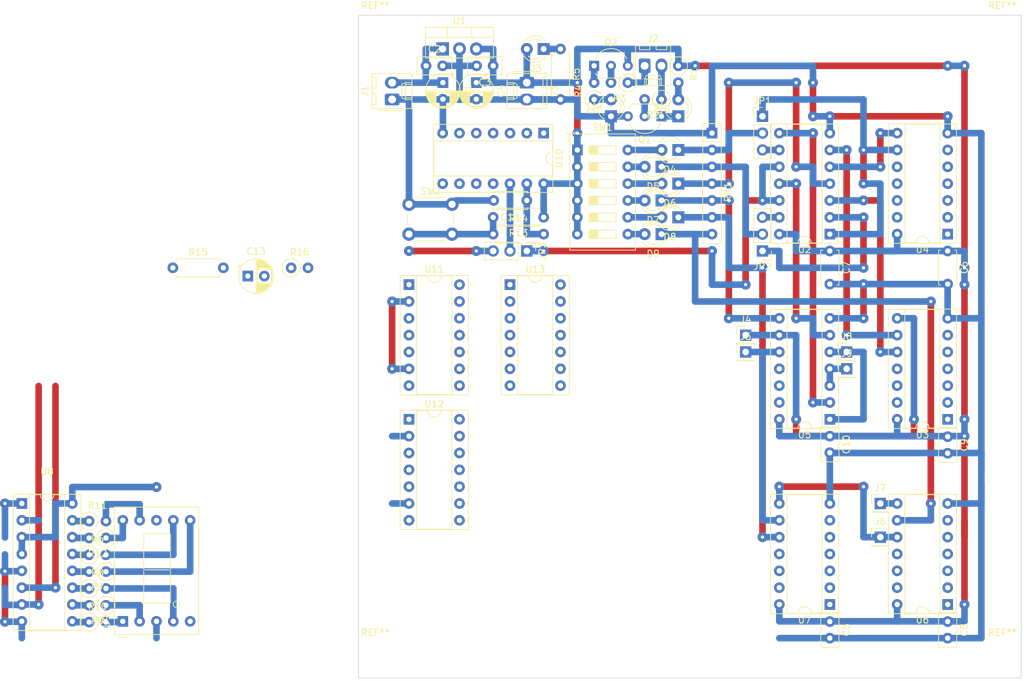
<source format=kicad_pcb>
(kicad_pcb (version 20221018) (generator pcbnew)
  (layers (0 "F.Cu" signal) (31 "B.Cu" signal) (34 "B.Paste" user) (35 "F.Paste" user) (36 "B.SilkS" user "B.Silkscreen") (37 "F.SilkS" user "F.Silkscreen") (38 "B.Mask" user) (39 "F.Mask" user) (44 "Edge.Cuts" user))
  (net 0 "")
  (net 1 "GND")
  (net 2 "+5V")
  (net 3 "/PSU 5V 1A/VIN")
  (net 4 "Net-(D1-K)")
  (net 5 "Net-(D4-A)")
  (net 6 "Net-(D5-A)")
  (net 7 "/Punta Logica/LOW_LVL")
  (net 8 "/Punta Logica/HIGH_LVL")
  (net 9 "Net-(D1-A)")
  (net 10 "Net-(D2-A)")
  (net 11 "Net-(D7-A)")
  (net 12 "Net-(D8-A)")
  (net 13 "Net-(D9-A)")
  (net 14 "Net-(D3-K)")
  (net 15 "Net-(D6-A)")
  (net 16 "Net-(J4-Pin_1)")
  (net 17 "Net-(J6-Pin_1)")
  (net 18 "Net-(J7-Pin_1)")
  (net 19 "Net-(J8-Pin_1)")
  (net 20 "Net-(C11-Pad1)")
  (net 21 "Net-(R13-Pad2)")
  (net 22 "Net-(J9-Pin_1)")
  (net 23 "Net-(Q1-B)")
  (net 24 "Net-(Q2-C)")
  (net 25 "Net-(Q2-B)")
  (net 26 "Net-(U2-Pad3)")
  (net 27 "Net-(U2-Pad6)")
  (net 28 "Net-(U2-Pad8)")
  (net 29 "Net-(U2-Pad11)")
  (net 30 "Net-(J5-Pin_1)")
  (net 31 "Net-(U2-Pad5)")
  (net 32 "Net-(JP1-A)")
  (net 33 "Net-(JP2-A)")
  (net 34 "/Logica/A")
  (net 35 "/Logica/B")
  (net 36 "/Logica/C")
  (net 37 "/Logica/D")
  (net 38 "/Logica/E")
  (net 39 "/Logica/F")
  (net 40 "/Logica/LATCH_R")
  (net 41 "/Logica/LATCH_S")
  (net 42 "/Logica/RS_CLK")
  (net 43 "/Pulsador Schmitt/BTN_ST")
  (net 44 "Net-(U8-Qa)")
  (net 45 "Net-(U9-A)")
  (net 46 "Net-(U8-Qb)")
  (net 47 "Net-(U9-B)")
  (net 48 "Net-(U8-Qc)")
  (net 49 "Net-(U9-C)")
  (net 50 "Net-(U8-Qd)")
  (net 51 "Net-(U9-D)")
  (net 52 "Net-(U8-Qe)")
  (net 53 "Net-(U9-E)")
  (net 54 "Net-(U8-Qf)")
  (net 55 "Net-(U9-F)")
  (net 56 "Net-(U8-Qg)")
  (net 57 "Net-(U9-G)")
  (net 60 "/Contador BCD UP/Q_{1}")
  (net 63 "/Contador BCD UP/Q_{2}")
  (net 65 "/Contador BCD UP/Q_{3}")
  (net 66 "/Contador BCD UP/CLK")
  (net 67 "/Contador BCD UP/Q_{0}")
  (net 68 "/Contador BCD UP/J_{1}")
  (net 69 "/Contador BCD UP/J_{2}")
  (net 70 "/Contador BCD UP/~{Q_{3}}")
  (net 71 "/Contador BCD UP/POR")
  (net 72 "/Contador BCD UP/J_{3}")
  (footprint "Capacitor_THT:C_Disc_D5.0mm_W2.5mm_P2.50mm" (layer "F.Cu") (at 187.96 137.2 -90)
    (fp_text reference "C8")
    (fp_text value "C")
  )
  (footprint "Capacitor_THT:C_Disc_D5.0mm_W2.5mm_P5.00mm" (layer "F.Cu") (at 170.18 81.28 -90)
    (fp_text reference "C7")
    (fp_text value "C")
  )
  (footprint "Package_DIP:DIP-14_W7.62mm_Socket" (layer "F.Cu") (at 170.18 134.62 180)
    (fp_text reference "U7")
    (fp_text value "74LS86")
  )
  (footprint "Capacitor_THT:C_Disc_D5.0mm_W2.5mm_P2.50mm" (layer "F.Cu") (at 170.18 137.2 -90)
    (fp_text reference "C5")
    (fp_text value "C")
  )
  (footprint "Connector_PinHeader_2.54mm:PinHeader_1x01_P2.54mm_Vertical" (layer "F.Cu") (at 172.72 99.06)
    (fp_text reference "J9")
    (fp_text value "Conn_01x01_Pin")
  )
  (footprint "Connector_PinHeader_2.54mm:PinHeader_1x01_P2.54mm_Vertical" (layer "F.Cu") (at 157.48 96.52)
    (fp_text reference "J5")
    (fp_text value "Conn_01x01_Pin")
  )
  (footprint "Resistor_THT:R_Axial_DIN0207_L6.3mm_D2.5mm_P7.62mm_Horizontal" (layer "F.Cu") (at 129.54 50.8 -90)
    (fp_text reference "R5")
    (fp_text value "R_US")
  )
  (footprint "Display_7Segment:D1X8K" (layer "F.Cu") (at 63.5 137.16 90)
    (fp_text reference "U9")
    (fp_text value "D168K")
  )
  (footprint "Connector_PinHeader_2.54mm:PinHeader_1x01_P2.54mm_Vertical" (layer "F.Cu") (at 177.8 119.38)
    (fp_text reference "J7")
    (fp_text value "Conn_01x01_Pin")
  )
  (footprint "Resistor_THT:R_Axial_DIN0207_L6.3mm_D2.5mm_P2.54mm_Vertical" (layer "F.Cu") (at 147.32 53.34 -90)
    (fp_text reference "R1")
    (fp_text value "R_US")
  )
  (footprint "Resistor_THT:R_Axial_DIN0207_L6.3mm_D2.5mm_P2.54mm_Vertical" (layer "F.Cu") (at 58.42 127.1225)
    (fp_text reference "R6")
    (fp_text value "R_US")
  )
  (footprint "Resistor_THT:R_Axial_DIN0207_L6.3mm_D2.5mm_P7.62mm_Horizontal" (layer "F.Cu") (at 71.05 83.82)
    (fp_text reference "R15")
    (fp_text value "R_US")
  )
  (footprint "Package_DIP:DIP-14_W7.62mm_Socket" (layer "F.Cu") (at 170.18 106.68 180)
    (fp_text reference "U5")
    (fp_text value "74LS02")
  )
  (footprint "Resistor_THT:R_Axial_DIN0207_L6.3mm_D2.5mm_P2.54mm_Vertical" (layer "F.Cu") (at 139.7 55.88 180)
    (fp_text reference "R3")
    (fp_text value "R_US")
  )
  (footprint "Capacitor_THT:C_Disc_D5.0mm_W2.5mm_P2.50mm" (layer "F.Cu") (at 187.96 109.3 -90)
    (fp_text reference "C9")
    (fp_text value "C")
  )
  (footprint "Resistor_THT:R_Axial_DIN0207_L6.3mm_D2.5mm_P7.62mm_Horizontal" (layer "F.Cu") (at 127 76.2 180)
    (fp_text reference "R13")
    (fp_text value "10k")
  )
  (footprint "Resistor_THT:R_Axial_DIN0207_L6.3mm_D2.5mm_P2.54mm_Vertical" (layer "F.Cu") (at 58.42 122.0425)
    (fp_text reference "R11")
    (fp_text value "R_US")
  )
  (footprint "Resistor_THT:R_Axial_DIN0207_L6.3mm_D2.5mm_P7.62mm_Horizontal" (layer "F.Cu") (at 119.38 78.74)
    (fp_text reference "R14")
    (fp_text value "3k3")
  )
  (footprint "Resistor_THT:R_Axial_DIN0207_L6.3mm_D2.5mm_P2.54mm_Vertical" (layer "F.Cu") (at 144.78 58.42 180)
    (fp_text reference "R2")
    (fp_text value "R_US")
  )
  (footprint "LED_THT:LED_D3.0mm" (layer "F.Cu") (at 147.32 66.04 180)
    (fp_text reference "D4")
    (fp_text value "LED" hide)
  )
  (footprint "Connector_PinHeader_2.54mm:PinHeader_1x01_P2.54mm_Vertical" (layer "F.Cu") (at 177.8 124.46)
    (fp_text reference "J6")
    (fp_text value "Conn_01x01_Pin")
  )
  (footprint "LED_THT:LED_D3.0mm" (layer "F.Cu") (at 144.78 78.74 180)
    (fp_text reference "D9")
    (fp_text value "LED")
  )
  (footprint "LED_THT:LED_D3.0mm" (layer "F.Cu") (at 147.32 76.2 180)
    (fp_text reference "D8")
    (fp_text value "LED")
  )
  (footprint "Package_DIP:DIP-14_W7.62mm_Socket" (layer "F.Cu") (at 170.18 78.74 180)
    (fp_text reference "U2")
    (fp_text value "74LS08")
  )
  (footprint "LED_THT:LED_D3.0mm" (layer "F.Cu") (at 147.32 60.96 90)
    (fp_text reference "D1")
    (fp_text value "LED")
  )
  (footprint "Connector_PinHeader_2.54mm:PinHeader_1x03_P2.54mm_Vertical" (layer "F.Cu") (at 160.02 60.96)
    (fp_text reference "JP1")
    (fp_text value "Jumper_3_Bridged12")
  )
  (footprint "Package_TO_SOT_THT:TO-220-3_Vertical" (layer "F.Cu") (at 111.76 50.8)
    (fp_text reference "U1")
    (fp_text value "LM7805_TO220")
  )
  (footprint "Resistor_THT:R_Axial_DIN0207_L6.3mm_D2.5mm_P2.54mm_Vertical" (layer "F.Cu") (at 60.96 134.7425 180)
    (fp_text reference "R9")
    (fp_text value "R_US")
  )
  (footprint "Resistor_THT:R_Axial_DIN0207_L6.3mm_D2.5mm_P2.54mm_Vertical" (layer "F.Cu") (at 58.42 132.2025)
    (fp_text reference "R8")
    (fp_text value "R_US")
  )
  (footprint "Capacitor_THT:C_Disc_D5.0mm_W2.5mm_P5.00mm" (layer "F.Cu") (at 124.46 73.66 180)
    (fp_text reference "C11")
    (fp_text value "10u")
  )
  (footprint "Package_DIP:DIP-14_W7.62mm_Socket" (layer "F.Cu") (at 106.68 86.36)
    (fp_text reference "U11")
    (fp_text value "74LS73")
  )
  (footprint "MountingHole:MountingHole_3mm" (layer "F.Cu") (at 101.6 142.875)
    (fp_text reference "REF**")
    (fp_text value "MountingHole_3mm" hide)
  )
  (footprint "Capacitor_THT:CP_Radial_D5.0mm_P2.50mm" (layer "F.Cu") (at 116.84 55.88 -90)
    (fp_text reference "C4")
    (fp_text value "C_Polarized_US")
  )
  (footprint "Connector_PinHeader_2.54mm:PinHeader_1x01_P2.54mm_Vertical" (layer "F.Cu") (at 172.72 96.52)
    (fp_text reference "J8")
    (fp_text value "Conn_01x01_Pin")
  )
  (footprint "Connector_PinHeader_2.54mm:PinHeader_1x01_P2.54mm_Vertical" (layer "F.Cu") (at 157.48 93.98)
    (fp_text reference "J4")
    (fp_text value "Conn_01x01_Pin")
  )
  (footprint "LED_THT:LED_D3.0mm" (layer "F.Cu") (at 137.16 60.96 90)
    (fp_text reference "D2")
    (fp_text value "LED")
  )
  (footprint "Resistor_THT:R_Axial_DIN0207_L6.3mm_D2.5mm_P2.54mm_Vertical" (layer "F.Cu") (at 60.96 124.5825 180)
    (fp_text reference "R12")
    (fp_text value "R_US")
  )
  (footprint "Package_DIP:DIP-14_W7.62mm_Socket" (layer "F.Cu") (at 187.96 106.68 180)
    (fp_text reference "U3")
    (fp_text value "74LS32")
  )
  (footprint "Package_DIP:DIP-16_W7.62mm_Socket" (layer "F.Cu") (at 48.26 119.38)
    (fp_text reference "U8")
    (fp_text value "4511")
  )
  (footprint "MountingHole:MountingHole_3mm" (layer "F.Cu") (at 196.215 48.26)
    (fp_text reference "REF**")
    (fp_text value "MountingHole_3mm" hide)
  )
  (footprint "LED_THT:LED_D3.0mm" (layer "F.Cu") (at 127 50.8 180)
    (fp_text reference "D3")
    (fp_text value "LED")
  )
  (footprint "Package_TO_SOT_THT:TO-92_Inline_Wide" (layer "F.Cu") (at 144.78 60.96 180)
    (fp_text reference "Q1")
    (fp_text value "BC548")
  )
  (footprint "Connector_PinHeader_2.54mm:PinHeader_1x03_P2.54mm_Vertical" (layer "F.Cu") (at 160.02 81.28 180)
    (fp_text reference "JP2")
    (fp_text value "Jumper_3_Bridged12" hide)
  )
  (footprint "Package_DIP:DIP-14_W7.62mm_Socket" (layer "F.Cu") (at 187.96 134.62 180)
    (fp_text reference "U6")
    (fp_text value "7400")
  )
  (footprint "Package_DIP:DIP-14_W7.62mm_Socket" (layer "F.Cu") (at 121.92 86.355)
    (fp_text reference "U13")
    (fp_text value "74LS08")
  )
  (footprint "LED_THT:LED_D3.0mm" (layer "F.Cu") (at 147.32 71.12 180)
    (fp_text reference "D6")
    (fp_text value "LED")
  )
  (footprint "Button_Switch_THT:SW_DIP_SPSTx06_Slide_9.78x17.42mm_W7.62mm_P2.54mm" (layer "F.Cu") (at 132.08 66.04)
    (fp_text reference "SW1")
    (fp_text value "SW_DIP_x06")
  )
  (footprint "Resistor_THT:R_Axial_DIN0207_L6.3mm_D2.5mm_P2.54mm_Vertical" (layer "F.Cu") (at 58.42 137.2825)
    (fp_text reference "R10")
    (fp_text value "R_US")
  )
  (footprint "Resistor_THT:R_Array_SIP7" (layer "F.Cu") (at 152.4 63.5 -90)
    (fp_text reference "RN1")
    (fp_text value "R_Network06_US")
  )
  (footprint "Package_DIP:DIP-14_W7.62mm_Socket" (layer "F.Cu") (at 127 63.5 -90)
    (fp_text reference "U10")
    (fp_text value "74LS14")
  )
  (footprint "Capacitor_THT:C_Disc_D5.0mm_W2.5mm_P2.50mm" (layer "F.Cu") (at 170.18 109.22 -90)
    (fp_text reference "C10")
    (fp_text value "C")
  )
  (footprint "Resistor_THT:R_Axial_DIN0207_L6.3mm_D2.5mm_P2.54mm_Vertical" (layer "F.Cu") (at 60.96 129.6625 180)
    (fp_text reference "R7")
    (fp_text value "R_US")
  )
  (footprint "Connector_Molex:Molex_KK-254_AE-6410-02A_1x02_P2.54mm_Vertical" (layer "F.Cu") (at 104.14 58.42 90)
    (fp_text reference "J1")
    (fp_text value "Conn_01x02_Pin")
  )
  (footprint "Capacitor_THT:C_Disc_D5.0mm_W2.5mm_P2.50mm" (layer "F.Cu") (at 119.38 53.34 180)
    (fp_text reference "C3")
    (fp_text value "C")
  )
  (footprint "Resistor_THT:R_Axial_DIN0207_L6.3mm_D2.5mm_P2.54mm_Vertical" (layer "F.Cu") (at 88.9 83.82)
    (fp_text reference "R16")
    (fp_text value "R_US")
  )
  (footprint "LED_THT:LED_D3.0mm" (layer "F.Cu") (at 144.78 73.66 180)
    (fp_text reference "D7")
    (fp_text value "LED")
  )
  (footprint "Capacitor_THT:C_Disc_D5.0mm_W2.5mm_P2.50mm" (layer "F.Cu") (at 109.26 53.34)
    (fp_text reference "C2")
    (fp_text value "C")
  )
  (footprint "Connector_Molex:Molex_KK-254_AE-6410-02A_1x02_P2.54mm_Vertical" (layer "F.Cu") (at 124.46 55.88 -90)
    (fp_text reference "J3")
    (fp_text value "Conn_01x02_Pin")
  )
  (footprint "MountingHole:MountingHole_3mm" (layer "F.Cu") (at 196.215 142.875)
    (fp_text reference "REF**")
    (fp_text value "MountingHole_3mm" hide)
  )
  (footprint "Connector_Molex:Molex_KK-254_AE-6410-02A_1x02_P2.54mm_Vertical" (layer "F.Cu") (at 142.24 53.34)
    (fp_text reference "J2")
    (fp_text value "Conn_01x02_Pin")
  )
  (footprint "Capacitor_THT:CP_Radial_D5.0mm_P2.50mm" (layer "F.Cu") (at 82.359775 85.07)
    (fp_text reference "C13")
    (fp_text value "C_Small")
  )
  (footprint "MountingHole:MountingHole_3mm" (layer "F.Cu") (at 101.6 48.26)
    (fp_text reference "REF**")
    (fp_text value "MountingHole_3mm" hide)
  )
  (footprint "Package_DIP:DIP-14_W7.62mm_Socket" (layer "F.Cu") (at 106.68 106.68)
    (fp_text reference "U12")
    (fp_text value "74LS73")
  )
  (footprint "Package_TO_SOT_THT:TO-92_Inline_Wide" (layer "F.Cu") (at 134.62 53.34)
    (fp_text reference "Q2")
    (fp_text value "BC558")
  )
  (footprint "Connector_PinHeader_2.54mm:PinHeader_1x03_P2.54mm_Vertical" (layer "F.Cu") (at 124.46 81.28 -90)
    (fp_text reference "JP3")
    (fp_text value "Jumper_3_Bridged12")
  )
  (footprint "Package_DIP:DIP-14_W7.62mm_Socket" (layer "F.Cu") (at 187.96 78.74 180)
    (fp_text reference "U4")
    (fp_text value "74LS04")
  )
  (footprint "Capacitor_THT:C_Disc_D5.0mm_W2.5mm_P5.00mm" (layer "F.Cu") (at 187.96 81.28 -90)
    (fp_text reference "C6")
    (fp_text value "C")
  )
  (footprint "Resistor_THT:R_Axial_DIN0207_L6.3mm_D2.5mm_P2.54mm_Vertical" (layer "F.Cu") (at 134.62 58.42 90)
    (fp_text reference "R4")
    (fp_text value "R_US")
  )
  (footprint "Capacitor_THT:CP_Radial_D5.0mm_P2.50mm" (layer "F.Cu") (at 111.8 55.88 -90)
    (fp_text reference "C1")
    (fp_text value "C_Polarized_US")
  )
  (footprint "Button_Switch_THT:SW_PUSH_6mm_H7.3mm" (layer "F.Cu") (at 106.68 74.24)
    (fp_text reference "SW2")
    (fp_text value "SW_Push")
  )
  (footprint "LED_THT:LED_D3.0mm" (layer "F.Cu") (at 144.78 68.58 180)
    (fp_text reference "D5")
    (fp_text value "LED")
  )
  (gr_rect locked (start 99.06 45.72) (end 199.06 145.72) (stroke (width 0.1)) (fill none) (layer "Edge.Cuts"))
  (segment (start 170.18 60.96) (end 187.96 60.96) (width 1) (layer "F.Cu") (net 1))
  (segment (start 45.72 129.60125) (end 45.72 137.22125) (width 1) (layer "F.Cu") (net 1))
  (segment (start 167.64 55.88) (end 167.64 60.96) (width 1) (layer "F.Cu") (net 1))
  (segment (start 175.26 86.28) (end 175.26 91.44) (width 1) (layer "F.Cu") (net 1))
  (via (at 175.26 91.44) (size 1.5) (drill 0.5) (layers "F.Cu" "B.Cu") (net 1))
  (via (at 187.96 60.96) (size 1.5) (drill 0.5) (layers "F.Cu" "B.Cu") (net 1))
  (via (at 167.64 60.96) (size 1.5) (drill 0.5) (layers "F.Cu" "B.Cu") (net 1))
  (via (at 45.72 137.22125) (size 1.5) (drill 0.5) (layers "F.Cu" "B.Cu") (net 1))
  (via (at 170.18 60.96) (size 1.5) (drill 0.5) (layers "F.Cu" "B.Cu") (net 1))
  (via (at 45.72 129.60125) (size 1.5) (drill 0.5) (layers "F.Cu" "B.Cu") (net 1))
  (via (at 167.64 55.88) (size 1.5) (drill 0.5) (layers "F.Cu" "B.Cu") (net 1))
  (via (at 175.26 86.28) (size 1.5) (drill 0.5) (layers "F.Cu" "B.Cu") (net 1))
  (segment (start 170.18 91.44) (end 175.26 91.44) (width 1) (layer "B.Cu") (net 1))
  (segment (start 48.19875 137.22125) (end 48.26 137.16) (width 1) (layer "B.Cu") (net 1))
  (segment (start 175.26 86.28) (end 170.18 86.28) (width 1) (layer "B.Cu") (net 1))
  (segment (start 193.04 139.7) (end 162.56 139.7) (width 1) (layer "B.Cu") (net 1))
  (segment (start 132.08 60.96) (end 137.16 60.96) (width 1) (layer "B.Cu") (net 1))
  (segment (start 193.04 88.9) (end 193.04 111.76) (width 1) (layer "B.Cu") (net 1))
  (segment (start 193.04 88.9) (end 193.04 86.36) (width 1) (layer "B.Cu") (net 1))
  (segment (start 187.96 86.28) (end 187.96 91.44) (width 1) (layer "B.Cu") (net 1))
  (segment (start 152.4 53.34) (end 152.4 63.5) (width 1) (layer "B.Cu") (net 1))
  (segment (start 119.46 73.66) (end 113.76 73.66) (width 1) (layer "B.Cu") (net 1))
  (segment (start 167.64 53.34) (end 167.64 55.88) (width 1) (layer "B.Cu") (net 1))
  (segment (start 48.26 137.2825) (end 48.26 139.7) (width 1) (layer "B.Cu") (net 1))
  (segment (start 170.18 63.5) (end 170.18 60.96) (width 1) (layer "B.Cu") (net 1))
  (segment (start 187.96 119.38) (end 193.04 119.38) (width 1) (layer "B.Cu") (net 1))
  (segment (start 113.76 73.66) (end 113.18 74.24) (width 1) (layer "B.Cu") (net 1))
  (segment (start 114.32 58.42) (end 114.3 58.4) (width 1) (layer "B.Cu") (net 1))
  (segment (start 193.04 111.76) (end 170.18 111.76) (width 1) (layer "B.Cu") (net 1))
  (segment (start 48.26 129.6625) (end 48.1375 129.54) (width 1) (layer "B.Cu") (net 1))
  (segment (start 193.04 116.84) (end 193.04 139.7) (width 1) (layer "B.Cu") (net 1))
  (segment (start 106.68 74.24) (end 106.68 58.42) (width 1) (layer "B.Cu") (net 1))
  (segment (start 152.4 53.34) (end 167.64 53.34) (width 1) (layer "B.Cu") (net 1))
  (segment (start 111.8 63.46) (end 111.76 63.5) (width 1) (layer "B.Cu") (net 1))
  (segment (start 45.72 127.06125) (end 45.72 129.60125) (width 1) (layer "B.Cu") (net 1))
  (segment (start 187.96 91.44) (end 193.04 91.44) (width 1) (layer "B.Cu") (net 1))
  (segment (start 68.58 139.7) (end 68.58 137.16) (width 1) (layer "B.Cu") (net 1))
  (segment (start 45.72 129.60125) (end 48.19875 129.60125) (width 1) (layer "B.Cu") (net 1))
  (segment (start 193.04 119.38) (end 193.04 116.84) (width 1) (layer "B.Cu") (net 1))
  (segment (start 139.7 60.96) (end 137.16 60.96) (width 1) (layer "B.Cu") (net 1))
  (segment (start 124.46 58.42) (end 132.08 58.42) (width 1) (layer "B.Cu") (net 1))
  (segment (start 45.72 137.22125) (end 48.19875 137.22125) (width 1) (layer "B.Cu") (net 1))
  (segment (start 132.08 58.42) (end 132.08 60.96) (width 1) (layer "B.Cu") (net 1))
  (segment (start 170.18 111.76) (end 170.18 119.38) (width 1) (layer "B.Cu") (net 1))
  (segment (start 114.3 58.4) (end 114.3 50.8) (width 1) (layer "B.Cu") (net 1))
  (segment (start 109.22 58.42) (end 106.68 58.42) (width 1) (layer "B.Cu") (net 1))
  (segment (start 111.8 58.38) (end 111.8 63.46) (width 1) (layer "B.Cu") (net 1))
  (segment (start 137.16 60.96) (end 137.16 63.5) (width 1) (layer "B.Cu") (net 1))
  (segment (start 187.96 63.5) (end 187.96 60.96) (width 1) (layer "B.Cu") (net 1))
  (segment (start 193.04 111.76) (end 193.04 114.3) (width 1) (layer "B.Cu") (net 1))
  (segment (start 48.19875 129.60125) (end 48.26 129.54) (width 1) (layer "B.Cu") (net 1))
  (segment (start 193.04 111.76) (end 193.04 116.84) (width 1) (layer "B.Cu") (net 1))
  (segment (start 137.16 63.5) (end 152.4 63.5) (width 1) (layer "B.Cu") (net 1))
  (segment (start 129.54 58.42) (end 109.22 58.42) (width 1) (layer "B.Cu") (net 1))
  (segment (start 111.72 53.34) (end 116.88 53.34) (width 1) (layer "B.Cu") (net 1))
  (segment (start 106.68 74.24) (end 113.18 74.24) (width 1) (layer "B.Cu") (net 1))
  (segment (start 193.04 86.36) (end 193.04 63.5) (width 1) (layer "B.Cu") (net 1))
  (segment (start 114.3 58.44) (end 114.32 58.42) (width 1) (layer "B.Cu") (net 1))
  (segment (start 187.96 63.5) (end 193.04 63.5) (width 1) (layer "B.Cu") (net 1))
  (segment (start 167.64 60.96) (end 170.18 60.96) (width 1) (layer "B.Cu") (net 1))
  (segment (start 106.68 58.42) (end 104.14 58.42) (width 1) (layer "B.Cu") (net 1))
  (segment (start 187.96 86.28) (end 175.26 86.28) (width 1) (layer "B.Cu") (net 1))
  (segment (start 114.32 58.42) (end 114.347777 58.392223) (width 1) (layer "B.Cu") (net 1))
  (segment (start 132.08 55.88) (end 132.08 63.5) (width 1) (layer "F.Cu") (net 2))
  (segment (start 190.5 86.36) (end 190.5 106.68) (width 1) (layer "F.Cu") (net 2))
  (segment (start 190.5 53.34) (end 190.5 83.82) (width 1) (layer "F.Cu") (net 2))
  (segment (start 149.86 53.34) (end 187.96 53.34) (width 1) (layer "F.Cu") (net 2))
  (segment (start 190.5 109.22) (end 190.5 124.46) (width 1) (layer "F.Cu") (net 2))
  (segment (start 190.5 121.92) (end 190.5 134.62) (width 1) (layer "F.Cu") (net 2))
  (via (at 132.08 63.5) (size 1.5) (drill 0.5) (layers "F.Cu" "B.Cu") (net 2))
  (via (at 190.5 134.62) (size 1.5) (drill 0.5) (layers "F.Cu" "B.Cu") (net 2))
  (via (at 187.96 53.34) (size 1.5) (drill 0.5) (layers "F.Cu" "B.Cu") (net 2))
  (via (at 149.86 53.34) (size 1.5) (drill 0.5) (layers "F.Cu" "B.Cu") (net 2))
  (via (at 68.58 116.90125) (size 1.5) (drill 0.5) (layers "F.Cu" "B.Cu") (net 2))
  (via (at 190.5 109.22) (size 1.5) (drill 0.5) (layers "F.Cu" "B.Cu") (net 2))
  (via (at 190.5 53.34) (size 1.5) (drill 0.5) (layers "F.Cu" "B.Cu") (net 2))
  (via (at 190.5 106.68) (size 1.5) (drill 0.5) (layers "F.Cu" "B.Cu") (net 2))
  (via (at 132.08 55.88) (size 1.5) (drill 0.5) (layers "F.Cu" "B.Cu") (net 2))
  (via (at 190.5 83.82) (size 1.5) (drill 0.5) (layers "F.Cu" "B.Cu") (net 2))
  (via (at 190.5 86.36) (size 1.5) (drill 0.5) (layers "F.Cu" "B.Cu") (net 2))
  (via (at 190.5 53.34) (size 1.5) (drill 0.5) (layers "F.Cu" "B.Cu") (net 2))
  (segment (start 116.84 55.892223) (end 124.447777 55.892223) (width 1) (layer "B.Cu") (net 2))
  (segment (start 53.34 124.46) (end 53.34 119.38) (width 1) (layer "B.Cu") (net 2))
  (segment (start 127 76.2) (end 127 71.12) (width 1) (layer "B.Cu") (net 2))
  (segment (start 132.08 68.58) (end 132.08 63.5) (width 1) (layer "B.Cu") (net 2))
  (segment (start 55.88 116.90125) (end 55.88 119.38) (width 1) (layer "B.Cu") (net 2))
  (segment (start 180.34 109.22) (end 162.56 109.22) (width 1) (layer "B.Cu") (net 2))
  (segment (start 147.32 53.34) (end 147.32 50.8) (width 1) (layer "B.Cu") (net 2))
  (segment (start 132.08 50.8) (end 147.32 50.8) (width 1) (layer "B.Cu") (net 2))
  (segment (start 68.58 116.90125) (end 55.88 116.90125) (width 1) (layer "B.Cu") (net 2))
  (segment (start 187.96 81.28) (end 190.5 81.28) (width 1) (layer "B.Cu") (net 2))
  (segment (start 48.26 127.06125) (end 48.26 127) (width 1) (layer "B.Cu") (net 2))
  (segment (start 177.8 81.28) (end 165.1 81.28) (width 1) (layer "B.Cu") (net 2))
  (segment (start 53.34 119.38) (end 55.88 119.38) (width 1) (layer "B.Cu") (net 2))
  (segment (start 48.26 124.46) (end 53.34 124.46) (width 1) (layer "B.Cu") (net 2))
  (segment (start 190.5 81.28) (end 190.5 83.82) (width 1) (layer "B.Cu") (net 2))
  (segment (start 180.34 78.74) (end 180.34 81.28) (width 1) (layer "B.Cu") (net 2))
  (segment (start 190.5 83.82) (end 190.5 86.36) (width 1) (layer "B.Cu") (net 2))
  (segment (start 180.34 134.62) (end 180.34 137.16) (width 1) (layer "B.Cu") (net 2))
  (segment (start 117.082527 55.892223) (end 119.38 55.892223) (width 1) (layer "B.Cu") (net 2))
  (segment (start 165.1 78.74) (end 165.1 81.28) (width 1) (layer "B.Cu") (net 2))
  (segment (start 162.56 109.22) (end 162.56 106.68) (width 1) (layer "B.Cu") (net 2))
  (segment (start 116.84 50.8) (end 119.38 50.8) (width 1) (layer "B.Cu") (net 2))
  (segment (start 124.447777 55.892223) (end 124.46 55.88) (width 1) (layer "B.Cu") (net 2))
  (segment (start 190.5 134.62) (end 190.5 137.16) (width 1) (layer "B.Cu") (net 2))
  (segment (start 187.96 53.34) (end 190.5 53.34) (width 1) (layer "B.Cu") (net 2))
  (segment (start 132.08 55.88) (end 132.08 50.8) (width 1) (layer "B.Cu") (net 2))
  (segment (start 190.5 137.16) (end 180.34 137.16) (width 1) (layer "B.Cu") (net 2))
  (segment (start 124.46 55.88) (end 132.08 55.88) (width 1) (layer "B.Cu") (net 2))
  (segment (start 139.7 53.34) (end 139.7 50.8) (width 1) (layer "B.Cu") (net 2))
  (segment (start 124.46 50.8) (end 124.46 55.88) (width 1) (layer "B.Cu") (net 2))
  (segment (start 119.38 53.34) (end 119.38 55.892223) (width 1) (layer "B.Cu") (net 2))
  (segment (start 180.34 109.22) (end 190.5 109.22) (width 1) (layer "B.Cu") (net 2))
  (segment (start 180.34 106.68) (end 180.34 109.22) (width 1) (layer "B.Cu") (net 2))
  (segment (start 119.38 50.8) (end 119.38 53.34) (width 1) (layer "B.Cu") (net 2))
  (segment (start 190.5 109.22) (end 190.5 106.68) (width 1) (layer "B.Cu") (net 2))
  (segment (start 180.34 137.16) (end 162.56 137.16) (width 1) (layer "B.Cu") (net 2))
  (segment (start 127 71.12) (end 132.08 71.12) (width 1) (layer "B.Cu") (net 2))
  (segment (start 48.26 124.5825) (end 48.26 127.1225) (width 1) (layer "B.Cu") (net 2))
  (segment (start 132.08 78.74) (end 132.08 66.04) (width 1) (layer "B.Cu") (net 2))
  (segment (start 162.56 134.62) (end 162.56 137.16) (width 1) (layer "B.Cu") (net 2))
  (segment (start 147.32 53.34) (end 149.86 53.34) (width 1) (layer "B.Cu") (net 2))
  (segment (start 177.8 81.28) (end 180.34 81.28) (width 1) (layer "B.Cu") (net 2))
  (segment (start 177.8 81.28) (end 187.96 81.28) (width 1) (layer "B.Cu") (net 2))
  (segment (start 162.56 78.74) (end 165.1 78.74) (width 1) (layer "B.Cu") (net 2))
  (segment (start 124.42 55.92) (end 124.46 55.88) (width 1) (layer "B.Cu") (net 2))
  (segment (start 111.78 55.84) (end 111.74 55.88) (width 1) (layer "B.Cu") (net 3))
  (segment (start 111.74 55.88) (end 109.22 55.88) (width 1) (layer "B.Cu") (net 3))
  (segment (start 104.14 55.88) (end 109.22 55.88) (width 1) (layer "B.Cu") (net 3))
  (segment (start 109.22 50.8) (end 111.76 50.8) (width 1) (layer "B.Cu") (net 3))
  (segment (start 109.22 53.34) (end 109.22 50.8) (width 1) (layer "B.Cu") (net 3))
  (segment (start 109.22 55.88) (end 109.22 53.34) (width 1) (layer "B.Cu") (net 3))
  (segment (start 144.78 60.96) (end 147.32 60.96) (width 1) (layer "B.Cu") (net 4))
  (segment (start 144.78 66.04) (end 139.7 66.04) (width 1) (layer "B.Cu") (net 5))
  (segment (start 139.7 68.58) (end 142.24 68.58) (width 1) (layer "B.Cu") (net 6))
  (segment (start 139.7 55.88) (end 142.24 55.88) (width 1) (layer "B.Cu") (net 7))
  (segment (start 142.24 55.88) (end 142.24 53.34) (width 1) (layer "B.Cu") (net 7))
  (segment (start 144.78 58.42) (end 144.78 53.34) (width 1) (layer "B.Cu") (net 8))
  (segment (start 147.32 55.88) (end 147.32 58.42) (width 1) (layer "B.Cu") (net 9))
  (segment (start 134.62 58.42) (end 137.16 58.42) (width 1) (layer "B.Cu") (net 10))
  (segment (start 139.7 73.66) (end 142.24 73.66) (width 1) (layer "B.Cu") (net 11))
  (segment (start 139.7 76.2) (end 144.78 76.2) (width 1) (layer "B.Cu") (net 12))
  (segment (start 139.7 78.74) (end 142.24 78.74) (width 1) (layer "B.Cu") (net 13))
  (segment (start 127 50.8) (end 129.54 50.8) (width 1) (layer "B.Cu") (net 14))
  (segment (start 139.7 71.12) (end 144.78 71.12) (width 1) (layer "B.Cu") (net 15))
  (segment (start 182.88 109.22) (end 182.88 106.68) (width 1) (layer "F.Cu") (net 16))
  (segment (start 165.1 109.22) (end 182.88 109.22) (width 1) (layer "F.Cu") (net 16))
  (segment (start 165.1 106.68) (end 165.1 109.22) (width 1) (layer "F.Cu") (net 16))
  (via (at 182.88 106.68) (size 1.5) (drill 0.5) (layers "F.Cu" "B.Cu") (net 16))
  (via (at 165.1 106.68) (size 1.5) (drill 0.5) (layers "F.Cu" "B.Cu") (net 16))
  (segment (start 182.88 91.44) (end 180.34 91.44) (width 1) (layer "B.Cu") (net 16))
  (segment (start 182.88 106.68) (end 182.88 91.44) (width 1) (layer "B.Cu") (net 16))
  (segment (start 165.1 93.98) (end 162.56 93.98) (width 1) (layer "B.Cu") (net 16))
  (segment (start 165.1 93.98) (end 165.1 106.68) (width 1) (layer "B.Cu") (net 16))
  (segment (start 157.48 93.98) (end 162.56 93.98) (width 1) (layer "B.Cu") (net 16))
  (segment (start 162.56 116.84) (end 175.26 116.84) (width 1) (layer "F.Cu") (net 17))
  (via (at 175.26 116.84) (size 1.5) (drill 0.5) (layers "F.Cu" "B.Cu") (net 17))
  (via (at 162.56 116.84) (size 1.5) (drill 0.5) (layers "F.Cu" "B.Cu") (net 17))
  (segment (start 175.26 124.46) (end 180.34 124.46) (width 1) (layer "B.Cu") (net 17))
  (segment (start 175.26 116.84) (end 175.26 124.46) (width 1) (layer "B.Cu") (net 17))
  (segment (start 162.56 119.38) (end 162.56 116.84) (width 1) (layer "B.Cu") (net 17))
  (segment (start 180.34 119.38) (end 177.8 119.38) (width 1) (layer "B.Cu") (net 18))
  (segment (start 175.26 106.68) (end 175.26 96.52) (width 1) (layer "B.Cu") (net 19))
  (segment (start 170.18 96.52) (end 172.72 96.52) (width 1) (layer "B.Cu") (net 19))
  (segment (start 170.18 106.68) (end 175.26 106.68) (width 1) (layer "B.Cu") (net 19))
  (segment (start 175.26 96.52) (end 172.72 96.52) (width 1) (layer "B.Cu") (net 19))
  (segment (start 124.46 78.74) (end 127 78.74) (width 1) (layer "B.Cu") (net 20))
  (segment (start 124.46 78.74) (end 124.46 71.12) (width 1) (layer "B.Cu") (net 20))
  (segment (start 106.68 78.74) (end 113.18 78.74) (width 1) (layer "B.Cu") (net 21))
  (segment (start 119.38 76.2) (end 119.38 78.74) (width 1) (layer "B.Cu") (net 21))
  (segment (start 113.18 78.74) (end 119.38 78.74) (width 1) (layer "B.Cu") (net 21))
  (segment (start 170.18 99.06) (end 172.72 99.06) (width 1) (layer "B.Cu") (net 22))
  (segment (start 170.18 101.6) (end 170.18 99.06) (width 1) (layer "B.Cu") (net 22))
  (segment (start 142.24 60.96) (end 142.24 58.42) (width 1) (layer "B.Cu") (net 23))
  (segment (start 134.62 53.34) (end 134.62 55.88) (width 1) (layer "B.Cu") (net 24))
  (segment (start 137.16 53.34) (end 137.16 55.88) (width 1) (layer "B.Cu") (net 25))
  (segment (start 177.8 73.66) (end 175.26 73.66) (width 1) (layer "F.Cu") (net 26))
  (segment (start 177.8 96.52) (end 177.8 73.66) (width 1) (layer "F.Cu") (net 26))
  (via (at 175.26 73.66) (size 1.5) (drill 0.5) (layers "F.Cu" "B.Cu") (net 26))
  (via (at 177.8 96.52) (size 1.5) (drill 0.5) (layers "F.Cu" "B.Cu") (net 26))
  (segment (start 170.18 73.66) (end 175.26 73.66) (width 1) (layer "B.Cu") (net 26))
  (segment (start 180.34 96.52) (end 177.8 96.52) (width 1) (layer "B.Cu") (net 26))
  (segment (start 172.72 93.98) (end 172.72 66.04) (width 1) (layer "F.Cu") (net 27))
  (via (at 172.72 66.04) (size 1.5) (drill 0.5) (layers "F.Cu" "B.Cu") (net 27))
  (via (at 172.72 93.98) (size 1.5) (drill 0.5) (layers "F.Cu" "B.Cu") (net 27))
  (segment (start 172.72 93.98) (end 180.34 93.98) (width 1) (layer "B.Cu") (net 27))
  (segment (start 170.18 66.04) (end 172.72 66.04) (width 1) (layer "B.Cu") (net 27))
  (segment (start 167.64 63.5) (end 167.64 104.14) (width 1) (layer "F.Cu") (net 28))
  (via (at 167.64 104.14) (size 1.5) (drill 0.5) (layers "F.Cu" "B.Cu") (net 28))
  (via (at 167.64 63.5) (size 1.5) (drill 0.5) (layers "F.Cu" "B.Cu") (net 28))
  (segment (start 162.56 63.5) (end 167.64 63.5) (width 1) (layer "B.Cu") (net 28))
  (segment (start 167.64 104.14) (end 170.18 104.14) (width 1) (layer "B.Cu") (net 28))
  (segment (start 165.1 91.44) (end 165.1 71.12) (width 1) (layer "F.Cu") (net 29))
  (via (at 165.1 71.12) (size 1.5) (drill 0.5) (layers "F.Cu" "B.Cu") (net 29))
  (via (at 165.1 91.44) (size 1.5) (drill 0.5) (layers "F.Cu" "B.Cu") (net 29))
  (segment (start 162.56 71.12) (end 165.1 71.12) (width 1) (layer "B.Cu") (net 29))
  (segment (start 165.1 91.44) (end 167.64 91.44) (width 1) (layer "B.Cu") (net 29))
  (segment (start 167.64 91.44) (end 167.64 93.98) (width 1) (layer "B.Cu") (net 29))
  (segment (start 167.64 93.98) (end 170.18 93.98) (width 1) (layer "B.Cu") (net 29))
  (segment (start 160.02 96.52) (end 160.02 121.92) (width 1) (layer "B.Cu") (net 30))
  (segment (start 160.02 121.92) (end 162.56 121.92) (width 1) (layer "B.Cu") (net 30))
  (segment (start 160.02 96.52) (end 162.56 96.52) (width 1) (layer "B.Cu") (net 30))
  (segment (start 160.02 96.52) (end 157.48 96.52) (width 1) (layer "B.Cu") (net 30))
  (segment (start 177.8 68.58) (end 177.8 63.5) (width 1) (layer "F.Cu") (net 31))
  (via (at 177.8 68.58) (size 1.5) (drill 0.5) (layers "F.Cu" "B.Cu") (net 31))
  (via (at 177.8 63.5) (size 1.5) (drill 0.5) (layers "F.Cu" "B.Cu") (net 31))
  (segment (start 177.8 63.5) (end 180.34 63.5) (width 1) (layer "B.Cu") (net 31))
  (segment (start 170.18 68.58) (end 177.8 68.58) (width 1) (layer "B.Cu") (net 31))
  (segment (start 175.26 66.04) (end 175.26 71.12) (width 1) (layer "F.Cu") (net 32))
  (via (at 175.26 71.12) (size 1.5) (drill 0.5) (layers "F.Cu" "B.Cu") (net 32))
  (via (at 175.26 66.04) (size 1.5) (drill 0.5) (layers "F.Cu" "B.Cu") (net 32))
  (segment (start 160.02 60.96) (end 160.02 58.42) (width 1) (layer "B.Cu") (net 32))
  (segment (start 177.8 78.74) (end 177.8 71.12) (width 1) (layer "B.Cu") (net 32))
  (segment (start 170.18 78.74) (end 177.8 78.74) (width 1) (layer "B.Cu") (net 32))
  (segment (start 175.26 66.04) (end 175.26 58.42) (width 1) (layer "B.Cu") (net 32))
  (segment (start 180.34 66.04) (end 175.26 66.04) (width 1) (layer "B.Cu") (net 32))
  (segment (start 177.8 71.12) (end 175.26 71.12) (width 1) (layer "B.Cu") (net 32))
  (segment (start 160.02 58.42) (end 175.26 58.42) (width 1) (layer "B.Cu") (net 32))
  (segment (start 175.26 76.2) (end 175.26 83.82) (width 1) (layer "F.Cu") (net 33))
  (via (at 175.26 83.82) (size 1.5) (drill 0.5) (layers "F.Cu" "B.Cu") (net 33))
  (via (at 175.26 76.2) (size 1.5) (drill 0.5) (layers "F.Cu" "B.Cu") (net 33))
  (segment (start 162.56 81.28) (end 160.02 81.28) (width 1) (layer "B.Cu") (net 33))
  (segment (start 170.18 76.2) (end 175.26 76.2) (width 1) (layer "B.Cu") (net 33))
  (segment (start 162.56 83.82) (end 162.56 81.28) (width 1) (layer "B.Cu") (net 33))
  (segment (start 175.26 83.82) (end 162.56 83.82) (width 1) (layer "B.Cu") (net 33))
  (segment (start 154.94 66.04) (end 154.94 63.5) (width 1) (layer "B.Cu") (net 34))
  (segment (start 154.94 63.5) (end 160.02 63.5) (width 1) (layer "B.Cu") (net 34))
  (segment (start 152.4 66.04) (end 147.32 66.04) (width 1) (layer "B.Cu") (net 34))
  (segment (start 152.4 66.04) (end 154.94 66.04) (width 1) (layer "B.Cu") (net 34))
  (segment (start 152.4 68.58) (end 144.78 68.58) (width 1) (layer "B.Cu") (net 35))
  (segment (start 157.48 78.74) (end 157.48 68.58) (width 1) (layer "B.Cu") (net 35))
  (segment (start 152.4 68.58) (end 157.48 68.58) (width 1) (layer "B.Cu") (net 35))
  (segment (start 157.48 78.74) (end 160.02 78.74) (width 1) (layer "B.Cu") (net 35))
  (segment (start 154.94 71.12) (end 154.94 55.88) (width 1) (layer "F.Cu") (net 36))
  (segment (start 165.1 68.58) (end 165.1 55.88) (width 1) (layer "F.Cu") (net 36))
  (via (at 154.94 55.88) (size 1.5) (drill 0.5) (layers "F.Cu" "B.Cu") (net 36))
  (via (at 165.1 68.58) (size 1.5) (drill 0.5) (layers "F.Cu" "B.Cu") (net 36))
  (via (at 154.94 71.12) (size 1.5) (drill 0.5) (layers "F.Cu" "B.Cu") (net 36))
  (via (at 165.1 55.88) (size 1.5) (drill 0.5) (layers "F.Cu" "B.Cu") (net 36))
  (segment (start 165.1 55.88) (end 154.94 55.88) (width 1) (layer "B.Cu") (net 36))
  (segment (start 170.18 71.12) (end 167.64 71.12) (width 1) (layer "B.Cu") (net 36))
  (segment (start 167.64 68.58) (end 167.64 71.12) (width 1) (layer "B.Cu") (net 36))
  (segment (start 147.32 71.12) (end 152.4 71.12) (width 1) (layer "B.Cu") (net 36))
  (segment (start 165.1 68.58) (end 167.64 68.58) (width 1) (layer "B.Cu") (net 36))
  (segment (start 152.4 71.12) (end 154.94 71.12) (width 1) (layer "B.Cu") (net 36))
  (segment (start 154.94 91.44) (end 154.94 73.66) (width 1) (layer "F.Cu") (net 37))
  (via (at 154.94 73.66) (size 1.5) (drill 0.5) (layers "F.Cu" "B.Cu") (net 37))
  (via (at 154.94 91.44) (size 1.5) (drill 0.5) (layers "F.Cu" "B.Cu") (net 37))
  (segment (start 154.94 91.44) (end 162.56 91.44) (width 1) (layer "B.Cu") (net 37))
  (segment (start 152.4 73.66) (end 154.94 73.66) (width 1) (layer "B.Cu") (net 37))
  (segment (start 144.78 73.66) (end 152.4 73.66) (width 1) (layer "B.Cu") (net 37))
  (segment (start 160.02 83.82) (end 160.02 124.46) (width 1) (layer "F.Cu") (net 38))
  (via (at 160.02 124.46) (size 1.5) (drill 0.5) (layers "F.Cu" "B.Cu") (net 38))
  (via (at 160.02 83.82) (size 1.5) (drill 0.5) (layers "F.Cu" "B.Cu") (net 38))
  (segment (start 154.94 83.82) (end 160.02 83.82) (width 1) (layer "B.Cu") (net 38))
  (segment (start 152.4 76.2) (end 154.94 76.2) (width 1) (layer "B.Cu") (net 38))
  (segment (start 147.32 76.2) (end 152.4 76.2) (width 1) (layer "B.Cu") (net 38))
  (segment (start 160.02 124.46) (end 162.56 124.46) (width 1) (layer "B.Cu") (net 38))
  (segment (start 154.94 76.2) (end 154.94 83.82) (width 1) (layer "B.Cu") (net 38))
  (segment (start 185.42 88.9) (end 185.42 119.38) (width 1) (layer "F.Cu") (net 39))
  (via (at 185.42 88.9) (size 1.5) (drill 0.5) (layers "F.Cu" "B.Cu") (net 39))
  (via (at 185.42 119.38) (size 1.5) (drill 0.5) (layers "F.Cu" "B.Cu") (net 39))
  (segment (start 152.4 78.74) (end 149.86 78.74) (width 1) (layer "B.Cu") (net 39))
  (segment (start 180.34 121.92) (end 185.42 121.92) (width 1) (layer "B.Cu") (net 39))
  (segment locked (start 149.86 88.9) (end 185.42 88.9) (width 1) (layer "B.Cu") (net 39))
  (segment (start 149.86 78.74) (end 144.78 78.74) (width 1) (layer "B.Cu") (net 39))
  (segment (start 149.86 78.74) (end 149.86 88.9) (width 1) (layer "B.Cu") (net 39))
  (segment (start 185.42 121.92) (end 185.42 119.38) (width 1) (layer "B.Cu") (net 39))
  (segment (start 160.02 66.04) (end 162.56 66.04) (width 1) (layer "B.Cu") (net 40))
  (segment (start 160.02 76.2) (end 162.56 76.2) (width 1) (layer "B.Cu") (net 41))
  (segment (start 157.48 73.66) (end 157.48 86.36) (width 1) (layer "F.Cu") (net 42))
  (segment (start 152.4 81.28) (end 127 81.28) (width 1) (layer "F.Cu") (net 42))
  (segment (start 160.02 73.66) (end 157.48 73.66) (width 1) (layer "F.Cu") (net 42))
  (via (at 152.4 81.28) (size 1.5) (drill 0.5) (layers "F.Cu" "B.Cu") (net 42))
  (via (at 127 81.28) (size 1.5) (drill 0.5) (layers "F.Cu" "B.Cu") (net 42))
  (via (at 160.02 73.66) (size 1.5) (drill 0.5) (layers "F.Cu" "B.Cu") (net 42))
  (via (at 157.48 86.36) (size 1.5) (drill 0.5) (layers "F.Cu" "B.Cu") (net 42))
  (segment (start 124.46 81.28) (end 127 81.28) (width 1) (layer "B.Cu") (net 42))
  (segment (start 152.4 86.36) (end 157.48 86.36) (width 1) (layer "B.Cu") (net 42))
  (segment (start 162.56 68.58) (end 160.02 68.58) (width 1) (layer "B.Cu") (net 42))
  (segment (start 160.02 68.58) (end 160.02 73.66) (width 1) (layer "B.Cu") (net 42))
  (segment (start 152.4 81.28) (end 152.4 86.36) (width 1) (layer "B.Cu") (net 42))
  (segment (start 160.02 73.66) (end 162.56 73.66) (width 1) (layer "B.Cu") (net 42))
  (segment (start 121.92 81.28) (end 121.92 71.12) (width 1) (layer "B.Cu") (net 43))
  (segment (start 55.88 127.1225) (end 58.42 127.1225) (width 1) (layer "B.Cu") (net 44))
  (segment (start 60.96 127.1225) (end 71.12 127.1225) (width 1) (layer "B.Cu") (net 45))
  (segment (start 71.12 127.1225) (end 71.12 121.92) (width 1) (layer "B.Cu") (net 45))
  (segment (start 55.88 129.6625) (end 58.42 129.6625) (width 1) (layer "B.Cu") (net 46))
  (segment (start 73.66 129.6625) (end 73.66 121.92) (width 1) (layer "B.Cu") (net 47))
  (segment (start 60.96 129.6625) (end 73.66 129.6625) (width 1) (layer "B.Cu") (net 47))
  (segment (start 55.88 132.2025) (end 58.42 132.2025) (width 1) (layer "B.Cu") (net 48))
  (segment (start 71.12 132.2025) (end 71.12 137.16) (width 1) (layer "B.Cu") (net 49))
  (segment (start 60.96 132.2025) (end 71.12 132.2025) (width 1) (layer "B.Cu") (net 49))
  (segment (start 55.88 134.7425) (end 58.42 134.7425) (width 1) (layer "B.Cu") (net 50))
  (segment (start 66.04 134.7425) (end 66.04 137.16) (width 1) (layer "B.Cu") (net 51))
  (segment (start 60.96 134.7425) (end 66.04 134.7425) (width 1) (layer "B.Cu") (net 51))
  (segment (start 55.88 137.2825) (end 58.42 137.2825) (width 1) (layer "B.Cu") (net 52))
  (segment (start 63.3775 137.2825) (end 63.5 137.16) (width 1) (layer "B.Cu") (net 53))
  (segment (start 60.96 137.2825) (end 63.3775 137.2825) (width 1) (layer "B.Cu") (net 53))
  (segment (start 55.88 122.0425) (end 58.42 122.0425) (width 1) (layer "B.Cu") (net 54))
  (segment (start 60.96 122.0425) (end 60.96 119.5025) (width 1) (layer "B.Cu") (net 55))
  (segment (start 60.96 119.5025) (end 66.04 119.5025) (width 1) (layer "B.Cu") (net 55))
  (segment (start 66.04 119.5025) (end 66.04 121.92) (width 1) (layer "B.Cu") (net 55))
  (segment (start 55.88 124.5825) (end 58.42 124.5825) (width 1) (layer "B.Cu") (net 56))
  (segment (start 63.5 124.5825) (end 63.5 121.92) (width 1) (layer "B.Cu") (net 57))
  (segment (start 60.96 124.5825) (end 63.5 124.5825) (width 1) (layer "B.Cu") (net 57))
  (via (at 45.72 119.38) (size 1.5) (drill 0.5) (layers "F.Cu" "B.Cu") (net 60))
  (segment (start 45.72 119.38) (end 48.26 119.38) (width 1) (layer "B.Cu") (net 60))
  (segment (start 45.72 124.52125) (end 45.72 119.38) (width 1) (layer "B.Cu") (net 60))
  (segment (start 48.26 121.92) (end 50.8 121.92) (width 1) (layer "B.Cu") (net 63))
  (segment (start 53.34 101.66125) (end 53.34 132.08) (width 1) (layer "F.Cu") (net 65))
  (via (at 53.34 132.08) (size 1.5) (drill 0.5) (layers "F.Cu" "B.Cu") (net 65))
  (segment (start 48.26 132.08) (end 53.34 132.08) (width 1) (layer "B.Cu") (net 65))
  (segment (start 116.84 81.28) (end 106.68 81.28) (width 1) (layer "F.Cu") (net 66))
  (via (at 106.68 81.28) (size 1.5) (drill 0.5) (layers "F.Cu" "B.Cu") (net 66))
  (via (at 116.84 81.28) (size 1.5) (drill 0.5) (layers "F.Cu" "B.Cu") (net 66))
  (segment (start 116.84 81.28) (end 119.38 81.28) (width 1) (layer "B.Cu") (net 66))
  (segment (start 50.8 101.66125) (end 50.8 134.62) (width 1) (layer "F.Cu") (net 67))
  (via (at 50.8 134.62) (size 1.5) (drill 0.5) (layers "F.Cu" "B.Cu") (net 67))
  (segment (start 45.72 134.68125) (end 45.72 132.14125) (width 1) (layer "B.Cu") (net 67))
  (segment (start 48.26 134.62) (end 48.19875 134.68125) (width 1) (layer "B.Cu") (net 67))
  (segment (start 48.19875 134.68125) (end 45.72 134.68125) (width 1) (layer "B.Cu") (net 67))
  (segment (start 48.3825 134.62) (end 48.26 134.7425) (width 1) (layer "B.Cu") (net 67))
  (segment (start 48.26 134.62) (end 50.8 134.62) (width 1) (layer "B.Cu") (net 67))
  (segment (start 104.14 88.9) (end 104.14 99.06) (width 1) (layer "F.Cu") (net 71))
  (via (at 104.14 88.9) (size 1.5) (drill 0.5) (layers "F.Cu" "B.Cu") (net 71))
  (via (at 104.14 99.06) (size 1.5) (drill 0.5) (layers "F.Cu" "B.Cu") (net 71))
  (segment (start 106.68 119.38) (end 104.14 119.38) (width 1) (layer "B.Cu") (net 71))
  (segment (start 106.68 109.22) (end 104.14 109.22) (width 1) (layer "B.Cu") (net 71))
  (segment (start 106.68 99.06) (end 104.14 99.06) (width 1) (layer "B.Cu") (net 71))
  (segment (start 106.68 88.9) (end 104.14 88.9) (width 1) (layer "B.Cu") (net 71))
)
</source>
